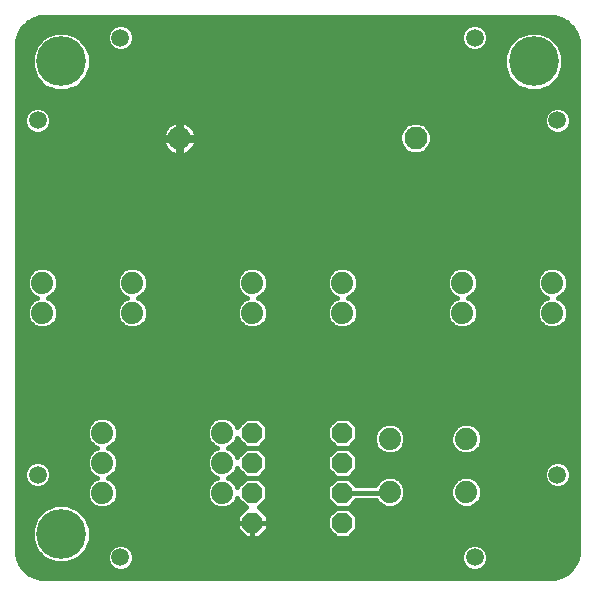
<source format=gbl>
G75*
%MOIN*%
%OFA0B0*%
%FSLAX25Y25*%
%IPPOS*%
%LPD*%
%AMOC8*
5,1,8,0,0,1.08239X$1,22.5*
%
%ADD10C,0.07677*%
%ADD11C,0.07400*%
%ADD12OC8,0.06800*%
%ADD13C,0.01600*%
%ADD14C,0.05906*%
%ADD15C,0.16598*%
D10*
X0072366Y0164886D03*
X0151106Y0164886D03*
D11*
X0166736Y0116736D03*
X0166736Y0106736D03*
X0196736Y0106736D03*
X0196736Y0116736D03*
X0168040Y0064731D03*
X0168040Y0046931D03*
X0142440Y0046931D03*
X0142440Y0064731D03*
X0126736Y0106736D03*
X0126736Y0116736D03*
X0096736Y0116736D03*
X0096736Y0106736D03*
X0056736Y0106736D03*
X0056736Y0116736D03*
X0026736Y0116736D03*
X0026736Y0106736D03*
X0046736Y0066736D03*
X0046736Y0056736D03*
X0046736Y0046736D03*
X0086736Y0046736D03*
X0086736Y0056736D03*
X0086736Y0066736D03*
D12*
X0096736Y0066736D03*
X0096736Y0056736D03*
X0096736Y0046736D03*
X0096736Y0036736D03*
X0126736Y0036736D03*
X0126736Y0046736D03*
X0126736Y0056736D03*
X0126736Y0066736D03*
D13*
X0050061Y0021304D02*
X0020536Y0021304D01*
X0020052Y0021787D02*
X0018826Y0023911D01*
X0018191Y0026280D01*
X0018111Y0027506D01*
X0018111Y0195966D01*
X0018191Y0197193D01*
X0018826Y0199562D01*
X0020052Y0201686D01*
X0021787Y0203420D01*
X0023911Y0204646D01*
X0026280Y0205281D01*
X0027506Y0205361D01*
X0195966Y0205361D01*
X0197193Y0205281D01*
X0199562Y0204646D01*
X0201686Y0203420D01*
X0203420Y0201686D01*
X0204646Y0199562D01*
X0205281Y0197193D01*
X0205361Y0195966D01*
X0205361Y0027506D01*
X0205281Y0026280D01*
X0204646Y0023911D01*
X0203420Y0021787D01*
X0201686Y0020052D01*
X0199562Y0018826D01*
X0197193Y0018191D01*
X0195966Y0018111D01*
X0027506Y0018111D01*
X0026280Y0018191D01*
X0023911Y0018826D01*
X0021787Y0020052D01*
X0020052Y0021787D01*
X0019409Y0022902D02*
X0048673Y0022902D01*
X0048821Y0022543D02*
X0050102Y0021262D01*
X0051775Y0020569D01*
X0053587Y0020569D01*
X0055260Y0021262D01*
X0056541Y0022543D01*
X0057234Y0024216D01*
X0057234Y0026028D01*
X0056541Y0027701D01*
X0055260Y0028982D01*
X0053587Y0029675D01*
X0051775Y0029675D01*
X0050102Y0028982D01*
X0048821Y0027701D01*
X0048128Y0026028D01*
X0048128Y0024216D01*
X0048821Y0022543D01*
X0048128Y0024501D02*
X0038354Y0024501D01*
X0038604Y0024604D02*
X0041388Y0027389D01*
X0042895Y0031027D01*
X0042895Y0034965D01*
X0041388Y0038604D01*
X0038604Y0041388D01*
X0034965Y0042895D01*
X0031027Y0042895D01*
X0027389Y0041388D01*
X0024604Y0038604D01*
X0023097Y0034965D01*
X0023097Y0031027D01*
X0024604Y0027389D01*
X0027389Y0024604D01*
X0031027Y0023097D01*
X0034965Y0023097D01*
X0038604Y0024604D01*
X0040099Y0026099D02*
X0048158Y0026099D01*
X0048820Y0027698D02*
X0041516Y0027698D01*
X0042178Y0029296D02*
X0050861Y0029296D01*
X0054501Y0029296D02*
X0168972Y0029296D01*
X0168212Y0028982D02*
X0166932Y0027701D01*
X0166239Y0026028D01*
X0166239Y0024216D01*
X0166932Y0022543D01*
X0168212Y0021262D01*
X0169886Y0020569D01*
X0171697Y0020569D01*
X0173370Y0021262D01*
X0174651Y0022543D01*
X0175344Y0024216D01*
X0175344Y0026028D01*
X0174651Y0027701D01*
X0173370Y0028982D01*
X0171697Y0029675D01*
X0169886Y0029675D01*
X0168212Y0028982D01*
X0166930Y0027698D02*
X0056542Y0027698D01*
X0057204Y0026099D02*
X0166268Y0026099D01*
X0166239Y0024501D02*
X0057234Y0024501D01*
X0056689Y0022902D02*
X0166783Y0022902D01*
X0168171Y0021304D02*
X0055301Y0021304D01*
X0042840Y0030895D02*
X0205361Y0030895D01*
X0205361Y0032493D02*
X0129564Y0032493D01*
X0128807Y0031736D02*
X0131736Y0034665D01*
X0131736Y0038807D01*
X0128807Y0041736D01*
X0124665Y0041736D01*
X0121736Y0038807D01*
X0121736Y0034665D01*
X0124665Y0031736D01*
X0128807Y0031736D01*
X0131163Y0034092D02*
X0205361Y0034092D01*
X0205361Y0035690D02*
X0131736Y0035690D01*
X0131736Y0037289D02*
X0205361Y0037289D01*
X0205361Y0038887D02*
X0131656Y0038887D01*
X0130058Y0040486D02*
X0205361Y0040486D01*
X0205361Y0042084D02*
X0170189Y0042084D01*
X0171042Y0042438D02*
X0172533Y0043928D01*
X0173340Y0045876D01*
X0173340Y0047985D01*
X0172533Y0049933D01*
X0171042Y0051424D01*
X0169094Y0052231D01*
X0166986Y0052231D01*
X0165038Y0051424D01*
X0163547Y0049933D01*
X0162740Y0047985D01*
X0162740Y0045876D01*
X0163547Y0043928D01*
X0165038Y0042438D01*
X0166986Y0041631D01*
X0169094Y0041631D01*
X0171042Y0042438D01*
X0172288Y0043683D02*
X0205361Y0043683D01*
X0205361Y0045281D02*
X0173094Y0045281D01*
X0173340Y0046880D02*
X0205361Y0046880D01*
X0205361Y0048478D02*
X0200101Y0048478D01*
X0200929Y0048821D02*
X0202210Y0050102D01*
X0202903Y0051775D01*
X0202903Y0053587D01*
X0202210Y0055260D01*
X0200929Y0056541D01*
X0199256Y0057234D01*
X0197445Y0057234D01*
X0195771Y0056541D01*
X0194491Y0055260D01*
X0193798Y0053587D01*
X0193798Y0051775D01*
X0194491Y0050102D01*
X0195771Y0048821D01*
X0197445Y0048128D01*
X0199256Y0048128D01*
X0200929Y0048821D01*
X0202185Y0050077D02*
X0205361Y0050077D01*
X0205361Y0051675D02*
X0202862Y0051675D01*
X0202903Y0053274D02*
X0205361Y0053274D01*
X0205361Y0054872D02*
X0202371Y0054872D01*
X0200999Y0056471D02*
X0205361Y0056471D01*
X0205361Y0058069D02*
X0131736Y0058069D01*
X0131736Y0058807D02*
X0131736Y0054665D01*
X0128807Y0051736D01*
X0124665Y0051736D01*
X0121736Y0048807D01*
X0121736Y0044665D01*
X0124665Y0041736D01*
X0128807Y0041736D01*
X0131407Y0044336D01*
X0137778Y0044336D01*
X0137947Y0043928D01*
X0139438Y0042438D01*
X0141386Y0041631D01*
X0143494Y0041631D01*
X0145442Y0042438D01*
X0146933Y0043928D01*
X0147740Y0045876D01*
X0147740Y0047985D01*
X0146933Y0049933D01*
X0145442Y0051424D01*
X0143494Y0052231D01*
X0141386Y0052231D01*
X0139438Y0051424D01*
X0137947Y0049933D01*
X0137617Y0049136D01*
X0131407Y0049136D01*
X0128807Y0051736D01*
X0124665Y0051736D01*
X0121736Y0054665D01*
X0121736Y0058807D01*
X0124665Y0061736D01*
X0128807Y0061736D01*
X0131736Y0058807D01*
X0130876Y0059668D02*
X0140813Y0059668D01*
X0141386Y0059431D02*
X0143494Y0059431D01*
X0145442Y0060238D01*
X0146933Y0061728D01*
X0147740Y0063676D01*
X0147740Y0065785D01*
X0146933Y0067733D01*
X0145442Y0069224D01*
X0143494Y0070031D01*
X0141386Y0070031D01*
X0139438Y0069224D01*
X0137947Y0067733D01*
X0137140Y0065785D01*
X0137140Y0063676D01*
X0137947Y0061728D01*
X0139438Y0060238D01*
X0141386Y0059431D01*
X0144067Y0059668D02*
X0166413Y0059668D01*
X0166986Y0059431D02*
X0169094Y0059431D01*
X0171042Y0060238D01*
X0172533Y0061728D01*
X0173340Y0063676D01*
X0173340Y0065785D01*
X0172533Y0067733D01*
X0171042Y0069224D01*
X0169094Y0070031D01*
X0166986Y0070031D01*
X0165038Y0069224D01*
X0163547Y0067733D01*
X0162740Y0065785D01*
X0162740Y0063676D01*
X0163547Y0061728D01*
X0165038Y0060238D01*
X0166986Y0059431D01*
X0169667Y0059668D02*
X0205361Y0059668D01*
X0205361Y0061266D02*
X0172071Y0061266D01*
X0173004Y0062865D02*
X0205361Y0062865D01*
X0205361Y0064463D02*
X0173340Y0064463D01*
X0173225Y0066062D02*
X0205361Y0066062D01*
X0205361Y0067660D02*
X0172563Y0067660D01*
X0170958Y0069259D02*
X0205361Y0069259D01*
X0205361Y0070857D02*
X0129686Y0070857D01*
X0128807Y0071736D02*
X0124665Y0071736D01*
X0121736Y0068807D01*
X0121736Y0064665D01*
X0124665Y0061736D01*
X0128807Y0061736D01*
X0131736Y0064665D01*
X0131736Y0068807D01*
X0128807Y0071736D01*
X0131285Y0069259D02*
X0139523Y0069259D01*
X0137917Y0067660D02*
X0131736Y0067660D01*
X0131736Y0066062D02*
X0137255Y0066062D01*
X0137140Y0064463D02*
X0131534Y0064463D01*
X0129936Y0062865D02*
X0137476Y0062865D01*
X0138409Y0061266D02*
X0129277Y0061266D01*
X0124195Y0061266D02*
X0099277Y0061266D01*
X0098807Y0061736D02*
X0101736Y0064665D01*
X0101736Y0068807D01*
X0098807Y0071736D01*
X0094665Y0071736D01*
X0091736Y0068807D01*
X0091736Y0068515D01*
X0091229Y0069738D01*
X0089738Y0071229D01*
X0087790Y0072036D01*
X0085682Y0072036D01*
X0083734Y0071229D01*
X0082243Y0069738D01*
X0081436Y0067790D01*
X0081436Y0065682D01*
X0082243Y0063734D01*
X0083734Y0062243D01*
X0084958Y0061736D01*
X0083734Y0061229D01*
X0082243Y0059738D01*
X0081436Y0057790D01*
X0081436Y0055682D01*
X0082243Y0053734D01*
X0083734Y0052243D01*
X0084958Y0051736D01*
X0083734Y0051229D01*
X0082243Y0049738D01*
X0081436Y0047790D01*
X0081436Y0045682D01*
X0082243Y0043734D01*
X0083734Y0042243D01*
X0085682Y0041436D01*
X0087790Y0041436D01*
X0089738Y0042243D01*
X0091229Y0043734D01*
X0091736Y0044958D01*
X0091736Y0044665D01*
X0094524Y0041878D01*
X0091536Y0038890D01*
X0091536Y0036736D01*
X0091536Y0034582D01*
X0094582Y0031536D01*
X0096736Y0031536D01*
X0096736Y0036736D01*
X0091536Y0036736D01*
X0096736Y0036736D01*
X0096736Y0036736D01*
X0096736Y0036736D01*
X0096736Y0031536D01*
X0098890Y0031536D01*
X0101936Y0034582D01*
X0101936Y0036736D01*
X0096736Y0036736D01*
X0096736Y0036736D01*
X0101936Y0036736D01*
X0101936Y0038890D01*
X0098949Y0041878D01*
X0101736Y0044665D01*
X0101736Y0048807D01*
X0098807Y0051736D01*
X0094665Y0051736D01*
X0091736Y0048807D01*
X0091736Y0048515D01*
X0091229Y0049738D01*
X0089738Y0051229D01*
X0088515Y0051736D01*
X0089738Y0052243D01*
X0091229Y0053734D01*
X0091736Y0054958D01*
X0091736Y0054665D01*
X0094665Y0051736D01*
X0098807Y0051736D01*
X0101736Y0054665D01*
X0101736Y0058807D01*
X0098807Y0061736D01*
X0094665Y0061736D01*
X0091736Y0058807D01*
X0091736Y0058515D01*
X0091229Y0059738D01*
X0089738Y0061229D01*
X0088515Y0061736D01*
X0089738Y0062243D01*
X0091229Y0063734D01*
X0091736Y0064958D01*
X0091736Y0064665D01*
X0094665Y0061736D01*
X0098807Y0061736D01*
X0099936Y0062865D02*
X0123537Y0062865D01*
X0121938Y0064463D02*
X0101534Y0064463D01*
X0101736Y0066062D02*
X0121736Y0066062D01*
X0121736Y0067660D02*
X0101736Y0067660D01*
X0101285Y0069259D02*
X0122188Y0069259D01*
X0123786Y0070857D02*
X0099686Y0070857D01*
X0093786Y0070857D02*
X0090110Y0070857D01*
X0091428Y0069259D02*
X0092188Y0069259D01*
X0091938Y0064463D02*
X0091531Y0064463D01*
X0090360Y0062865D02*
X0093537Y0062865D01*
X0094195Y0061266D02*
X0089649Y0061266D01*
X0091259Y0059668D02*
X0092597Y0059668D01*
X0091736Y0054872D02*
X0091701Y0054872D01*
X0090769Y0053274D02*
X0093128Y0053274D01*
X0094604Y0051675D02*
X0088662Y0051675D01*
X0090891Y0050077D02*
X0093006Y0050077D01*
X0098868Y0051675D02*
X0124604Y0051675D01*
X0123128Y0053274D02*
X0100345Y0053274D01*
X0101736Y0054872D02*
X0121736Y0054872D01*
X0121736Y0056471D02*
X0101736Y0056471D01*
X0101736Y0058069D02*
X0121736Y0058069D01*
X0122597Y0059668D02*
X0100876Y0059668D01*
X0100467Y0050077D02*
X0123006Y0050077D01*
X0121736Y0048478D02*
X0101736Y0048478D01*
X0101736Y0046880D02*
X0121736Y0046880D01*
X0121736Y0045281D02*
X0101736Y0045281D01*
X0100754Y0043683D02*
X0122719Y0043683D01*
X0124317Y0042084D02*
X0099155Y0042084D01*
X0100341Y0040486D02*
X0123415Y0040486D01*
X0121816Y0038887D02*
X0101936Y0038887D01*
X0101936Y0037289D02*
X0121736Y0037289D01*
X0121736Y0035690D02*
X0101936Y0035690D01*
X0101446Y0034092D02*
X0122310Y0034092D01*
X0123908Y0032493D02*
X0099847Y0032493D01*
X0096736Y0032493D02*
X0096736Y0032493D01*
X0096736Y0034092D02*
X0096736Y0034092D01*
X0096736Y0035690D02*
X0096736Y0035690D01*
X0093625Y0032493D02*
X0042895Y0032493D01*
X0042895Y0034092D02*
X0092027Y0034092D01*
X0091536Y0035690D02*
X0042595Y0035690D01*
X0041933Y0037289D02*
X0091536Y0037289D01*
X0091536Y0038887D02*
X0041105Y0038887D01*
X0039506Y0040486D02*
X0093132Y0040486D01*
X0094317Y0042084D02*
X0089355Y0042084D01*
X0091178Y0043683D02*
X0092719Y0043683D01*
X0084118Y0042084D02*
X0049355Y0042084D01*
X0049738Y0042243D02*
X0051229Y0043734D01*
X0052036Y0045682D01*
X0052036Y0047790D01*
X0051229Y0049738D01*
X0049738Y0051229D01*
X0048515Y0051736D01*
X0049738Y0052243D01*
X0051229Y0053734D01*
X0052036Y0055682D01*
X0052036Y0057790D01*
X0051229Y0059738D01*
X0049738Y0061229D01*
X0048515Y0061736D01*
X0049738Y0062243D01*
X0051229Y0063734D01*
X0052036Y0065682D01*
X0052036Y0067790D01*
X0051229Y0069738D01*
X0049738Y0071229D01*
X0047790Y0072036D01*
X0045682Y0072036D01*
X0043734Y0071229D01*
X0042243Y0069738D01*
X0041436Y0067790D01*
X0041436Y0065682D01*
X0042243Y0063734D01*
X0043734Y0062243D01*
X0044958Y0061736D01*
X0043734Y0061229D01*
X0042243Y0059738D01*
X0041436Y0057790D01*
X0041436Y0055682D01*
X0042243Y0053734D01*
X0043734Y0052243D01*
X0044958Y0051736D01*
X0043734Y0051229D01*
X0042243Y0049738D01*
X0041436Y0047790D01*
X0041436Y0045682D01*
X0042243Y0043734D01*
X0043734Y0042243D01*
X0045682Y0041436D01*
X0047790Y0041436D01*
X0049738Y0042243D01*
X0051178Y0043683D02*
X0082294Y0043683D01*
X0081602Y0045281D02*
X0051870Y0045281D01*
X0052036Y0046880D02*
X0081436Y0046880D01*
X0081721Y0048478D02*
X0051751Y0048478D01*
X0050891Y0050077D02*
X0082581Y0050077D01*
X0084811Y0051675D02*
X0048662Y0051675D01*
X0050769Y0053274D02*
X0082703Y0053274D01*
X0081772Y0054872D02*
X0051701Y0054872D01*
X0052036Y0056471D02*
X0081436Y0056471D01*
X0081552Y0058069D02*
X0051921Y0058069D01*
X0051259Y0059668D02*
X0082214Y0059668D01*
X0083823Y0061266D02*
X0049649Y0061266D01*
X0050360Y0062865D02*
X0083112Y0062865D01*
X0081941Y0064463D02*
X0051531Y0064463D01*
X0052036Y0066062D02*
X0081436Y0066062D01*
X0081436Y0067660D02*
X0052036Y0067660D01*
X0051428Y0069259D02*
X0082044Y0069259D01*
X0083362Y0070857D02*
X0050110Y0070857D01*
X0043362Y0070857D02*
X0018111Y0070857D01*
X0018111Y0069259D02*
X0042044Y0069259D01*
X0041436Y0067660D02*
X0018111Y0067660D01*
X0018111Y0066062D02*
X0041436Y0066062D01*
X0041941Y0064463D02*
X0018111Y0064463D01*
X0018111Y0062865D02*
X0043112Y0062865D01*
X0043823Y0061266D02*
X0018111Y0061266D01*
X0018111Y0059668D02*
X0042214Y0059668D01*
X0041552Y0058069D02*
X0018111Y0058069D01*
X0018111Y0056471D02*
X0022473Y0056471D01*
X0022543Y0056541D02*
X0021262Y0055260D01*
X0020569Y0053587D01*
X0020569Y0051775D01*
X0021262Y0050102D01*
X0022543Y0048821D01*
X0024216Y0048128D01*
X0026028Y0048128D01*
X0027701Y0048821D01*
X0028982Y0050102D01*
X0029675Y0051775D01*
X0029675Y0053587D01*
X0028982Y0055260D01*
X0027701Y0056541D01*
X0026028Y0057234D01*
X0024216Y0057234D01*
X0022543Y0056541D01*
X0021102Y0054872D02*
X0018111Y0054872D01*
X0018111Y0053274D02*
X0020569Y0053274D01*
X0020611Y0051675D02*
X0018111Y0051675D01*
X0018111Y0050077D02*
X0021288Y0050077D01*
X0023372Y0048478D02*
X0018111Y0048478D01*
X0018111Y0046880D02*
X0041436Y0046880D01*
X0041602Y0045281D02*
X0018111Y0045281D01*
X0018111Y0043683D02*
X0042294Y0043683D01*
X0044118Y0042084D02*
X0036923Y0042084D01*
X0029069Y0042084D02*
X0018111Y0042084D01*
X0018111Y0040486D02*
X0026486Y0040486D01*
X0024888Y0038887D02*
X0018111Y0038887D01*
X0018111Y0037289D02*
X0024059Y0037289D01*
X0023397Y0035690D02*
X0018111Y0035690D01*
X0018111Y0034092D02*
X0023097Y0034092D01*
X0023097Y0032493D02*
X0018111Y0032493D01*
X0018111Y0030895D02*
X0023152Y0030895D01*
X0023814Y0029296D02*
X0018111Y0029296D01*
X0018111Y0027698D02*
X0024476Y0027698D01*
X0025893Y0026099D02*
X0018240Y0026099D01*
X0018668Y0024501D02*
X0027638Y0024501D01*
X0022388Y0019705D02*
X0201084Y0019705D01*
X0202937Y0021304D02*
X0173411Y0021304D01*
X0174800Y0022902D02*
X0204064Y0022902D01*
X0204804Y0024501D02*
X0175344Y0024501D01*
X0175314Y0026099D02*
X0205233Y0026099D01*
X0205361Y0027698D02*
X0174652Y0027698D01*
X0172611Y0029296D02*
X0205361Y0029296D01*
X0196600Y0048478D02*
X0173136Y0048478D01*
X0172389Y0050077D02*
X0194516Y0050077D01*
X0193839Y0051675D02*
X0170435Y0051675D01*
X0165645Y0051675D02*
X0144835Y0051675D01*
X0146789Y0050077D02*
X0163691Y0050077D01*
X0162945Y0048478D02*
X0147536Y0048478D01*
X0147740Y0046880D02*
X0162740Y0046880D01*
X0162987Y0045281D02*
X0147494Y0045281D01*
X0146688Y0043683D02*
X0163793Y0043683D01*
X0165891Y0042084D02*
X0144589Y0042084D01*
X0140291Y0042084D02*
X0129155Y0042084D01*
X0130754Y0043683D02*
X0138193Y0043683D01*
X0142440Y0046736D02*
X0142440Y0046931D01*
X0142440Y0046736D02*
X0126736Y0046736D01*
X0130467Y0050077D02*
X0138091Y0050077D01*
X0140045Y0051675D02*
X0128868Y0051675D01*
X0130345Y0053274D02*
X0193798Y0053274D01*
X0194330Y0054872D02*
X0131736Y0054872D01*
X0131736Y0056471D02*
X0195702Y0056471D01*
X0205361Y0072456D02*
X0018111Y0072456D01*
X0018111Y0074054D02*
X0205361Y0074054D01*
X0205361Y0075653D02*
X0018111Y0075653D01*
X0018111Y0077251D02*
X0205361Y0077251D01*
X0205361Y0078850D02*
X0018111Y0078850D01*
X0018111Y0080448D02*
X0205361Y0080448D01*
X0205361Y0082047D02*
X0018111Y0082047D01*
X0018111Y0083646D02*
X0205361Y0083646D01*
X0205361Y0085244D02*
X0018111Y0085244D01*
X0018111Y0086843D02*
X0205361Y0086843D01*
X0205361Y0088441D02*
X0018111Y0088441D01*
X0018111Y0090040D02*
X0205361Y0090040D01*
X0205361Y0091638D02*
X0018111Y0091638D01*
X0018111Y0093237D02*
X0205361Y0093237D01*
X0205361Y0094835D02*
X0018111Y0094835D01*
X0018111Y0096434D02*
X0205361Y0096434D01*
X0205361Y0098032D02*
X0018111Y0098032D01*
X0018111Y0099631D02*
X0205361Y0099631D01*
X0205361Y0101229D02*
X0018111Y0101229D01*
X0018111Y0102828D02*
X0023149Y0102828D01*
X0023734Y0102243D02*
X0025682Y0101436D01*
X0027790Y0101436D01*
X0029738Y0102243D01*
X0031229Y0103734D01*
X0032036Y0105682D01*
X0032036Y0107790D01*
X0031229Y0109738D01*
X0029738Y0111229D01*
X0028515Y0111736D01*
X0029738Y0112243D01*
X0031229Y0113734D01*
X0032036Y0115682D01*
X0032036Y0117790D01*
X0031229Y0119738D01*
X0029738Y0121229D01*
X0027790Y0122036D01*
X0025682Y0122036D01*
X0023734Y0121229D01*
X0022243Y0119738D01*
X0021436Y0117790D01*
X0021436Y0115682D01*
X0022243Y0113734D01*
X0023734Y0112243D01*
X0024958Y0111736D01*
X0023734Y0111229D01*
X0022243Y0109738D01*
X0021436Y0107790D01*
X0021436Y0105682D01*
X0022243Y0103734D01*
X0023734Y0102243D01*
X0021956Y0104426D02*
X0018111Y0104426D01*
X0018111Y0106025D02*
X0021436Y0106025D01*
X0021436Y0107623D02*
X0018111Y0107623D01*
X0018111Y0109222D02*
X0022029Y0109222D01*
X0023325Y0110820D02*
X0018111Y0110820D01*
X0018111Y0112419D02*
X0023558Y0112419D01*
X0022126Y0114017D02*
X0018111Y0114017D01*
X0018111Y0115616D02*
X0021464Y0115616D01*
X0021436Y0117214D02*
X0018111Y0117214D01*
X0018111Y0118813D02*
X0021860Y0118813D01*
X0022916Y0120411D02*
X0018111Y0120411D01*
X0018111Y0122010D02*
X0025618Y0122010D01*
X0027854Y0122010D02*
X0055618Y0122010D01*
X0055682Y0122036D02*
X0053734Y0121229D01*
X0052243Y0119738D01*
X0051436Y0117790D01*
X0051436Y0115682D01*
X0052243Y0113734D01*
X0053734Y0112243D01*
X0054958Y0111736D01*
X0053734Y0111229D01*
X0052243Y0109738D01*
X0051436Y0107790D01*
X0051436Y0105682D01*
X0052243Y0103734D01*
X0053734Y0102243D01*
X0055682Y0101436D01*
X0057790Y0101436D01*
X0059738Y0102243D01*
X0061229Y0103734D01*
X0062036Y0105682D01*
X0062036Y0107790D01*
X0061229Y0109738D01*
X0059738Y0111229D01*
X0058515Y0111736D01*
X0059738Y0112243D01*
X0061229Y0113734D01*
X0062036Y0115682D01*
X0062036Y0117790D01*
X0061229Y0119738D01*
X0059738Y0121229D01*
X0057790Y0122036D01*
X0055682Y0122036D01*
X0057854Y0122010D02*
X0095618Y0122010D01*
X0095682Y0122036D02*
X0093734Y0121229D01*
X0092243Y0119738D01*
X0091436Y0117790D01*
X0091436Y0115682D01*
X0092243Y0113734D01*
X0093734Y0112243D01*
X0094958Y0111736D01*
X0093734Y0111229D01*
X0092243Y0109738D01*
X0091436Y0107790D01*
X0091436Y0105682D01*
X0092243Y0103734D01*
X0093734Y0102243D01*
X0095682Y0101436D01*
X0097790Y0101436D01*
X0099738Y0102243D01*
X0101229Y0103734D01*
X0102036Y0105682D01*
X0102036Y0107790D01*
X0101229Y0109738D01*
X0099738Y0111229D01*
X0098515Y0111736D01*
X0099738Y0112243D01*
X0101229Y0113734D01*
X0102036Y0115682D01*
X0102036Y0117790D01*
X0101229Y0119738D01*
X0099738Y0121229D01*
X0097790Y0122036D01*
X0095682Y0122036D01*
X0097854Y0122010D02*
X0125618Y0122010D01*
X0125682Y0122036D02*
X0123734Y0121229D01*
X0122243Y0119738D01*
X0121436Y0117790D01*
X0121436Y0115682D01*
X0122243Y0113734D01*
X0123734Y0112243D01*
X0124958Y0111736D01*
X0123734Y0111229D01*
X0122243Y0109738D01*
X0121436Y0107790D01*
X0121436Y0105682D01*
X0122243Y0103734D01*
X0123734Y0102243D01*
X0125682Y0101436D01*
X0127790Y0101436D01*
X0129738Y0102243D01*
X0131229Y0103734D01*
X0132036Y0105682D01*
X0132036Y0107790D01*
X0131229Y0109738D01*
X0129738Y0111229D01*
X0128515Y0111736D01*
X0129738Y0112243D01*
X0131229Y0113734D01*
X0132036Y0115682D01*
X0132036Y0117790D01*
X0131229Y0119738D01*
X0129738Y0121229D01*
X0127790Y0122036D01*
X0125682Y0122036D01*
X0127854Y0122010D02*
X0165618Y0122010D01*
X0165682Y0122036D02*
X0163734Y0121229D01*
X0162243Y0119738D01*
X0161436Y0117790D01*
X0161436Y0115682D01*
X0162243Y0113734D01*
X0163734Y0112243D01*
X0164958Y0111736D01*
X0163734Y0111229D01*
X0162243Y0109738D01*
X0161436Y0107790D01*
X0161436Y0105682D01*
X0162243Y0103734D01*
X0163734Y0102243D01*
X0165682Y0101436D01*
X0167790Y0101436D01*
X0169738Y0102243D01*
X0171229Y0103734D01*
X0172036Y0105682D01*
X0172036Y0107790D01*
X0171229Y0109738D01*
X0169738Y0111229D01*
X0168515Y0111736D01*
X0169738Y0112243D01*
X0171229Y0113734D01*
X0172036Y0115682D01*
X0172036Y0117790D01*
X0171229Y0119738D01*
X0169738Y0121229D01*
X0167790Y0122036D01*
X0165682Y0122036D01*
X0167854Y0122010D02*
X0195618Y0122010D01*
X0195682Y0122036D02*
X0193734Y0121229D01*
X0192243Y0119738D01*
X0191436Y0117790D01*
X0191436Y0115682D01*
X0192243Y0113734D01*
X0193734Y0112243D01*
X0194958Y0111736D01*
X0193734Y0111229D01*
X0192243Y0109738D01*
X0191436Y0107790D01*
X0191436Y0105682D01*
X0192243Y0103734D01*
X0193734Y0102243D01*
X0195682Y0101436D01*
X0197790Y0101436D01*
X0199738Y0102243D01*
X0201229Y0103734D01*
X0202036Y0105682D01*
X0202036Y0107790D01*
X0201229Y0109738D01*
X0199738Y0111229D01*
X0198515Y0111736D01*
X0199738Y0112243D01*
X0201229Y0113734D01*
X0202036Y0115682D01*
X0202036Y0117790D01*
X0201229Y0119738D01*
X0199738Y0121229D01*
X0197790Y0122036D01*
X0195682Y0122036D01*
X0197854Y0122010D02*
X0205361Y0122010D01*
X0205361Y0123608D02*
X0018111Y0123608D01*
X0018111Y0125207D02*
X0205361Y0125207D01*
X0205361Y0126805D02*
X0018111Y0126805D01*
X0018111Y0128404D02*
X0205361Y0128404D01*
X0205361Y0130002D02*
X0018111Y0130002D01*
X0018111Y0131601D02*
X0205361Y0131601D01*
X0205361Y0133199D02*
X0018111Y0133199D01*
X0018111Y0134798D02*
X0205361Y0134798D01*
X0205361Y0136396D02*
X0018111Y0136396D01*
X0018111Y0137995D02*
X0205361Y0137995D01*
X0205361Y0139593D02*
X0018111Y0139593D01*
X0018111Y0141192D02*
X0205361Y0141192D01*
X0205361Y0142790D02*
X0018111Y0142790D01*
X0018111Y0144389D02*
X0205361Y0144389D01*
X0205361Y0145987D02*
X0018111Y0145987D01*
X0018111Y0147586D02*
X0205361Y0147586D01*
X0205361Y0149184D02*
X0018111Y0149184D01*
X0018111Y0150783D02*
X0205361Y0150783D01*
X0205361Y0152382D02*
X0018111Y0152382D01*
X0018111Y0153980D02*
X0205361Y0153980D01*
X0205361Y0155579D02*
X0018111Y0155579D01*
X0018111Y0157177D02*
X0205361Y0157177D01*
X0205361Y0158776D02*
X0018111Y0158776D01*
X0018111Y0160374D02*
X0068983Y0160374D01*
X0068693Y0160585D02*
X0069411Y0160063D01*
X0070202Y0159660D01*
X0071046Y0159386D01*
X0071887Y0159253D01*
X0071887Y0164406D01*
X0072846Y0164406D01*
X0072846Y0165365D01*
X0077999Y0165365D01*
X0077866Y0166206D01*
X0077592Y0167050D01*
X0077189Y0167841D01*
X0076667Y0168559D01*
X0076039Y0169187D01*
X0075321Y0169708D01*
X0074531Y0170111D01*
X0073687Y0170386D01*
X0072846Y0170519D01*
X0072846Y0165365D01*
X0071887Y0165365D01*
X0071887Y0164406D01*
X0066733Y0164406D01*
X0066866Y0163565D01*
X0067141Y0162721D01*
X0067544Y0161931D01*
X0068065Y0161213D01*
X0068693Y0160585D01*
X0067522Y0161973D02*
X0018111Y0161973D01*
X0018111Y0163571D02*
X0066866Y0163571D01*
X0066733Y0165365D02*
X0071887Y0165365D01*
X0071887Y0170519D01*
X0071046Y0170386D01*
X0070202Y0170111D01*
X0069411Y0169708D01*
X0068693Y0169187D01*
X0068065Y0168559D01*
X0067544Y0167841D01*
X0067141Y0167050D01*
X0066866Y0166206D01*
X0066733Y0165365D01*
X0067049Y0166768D02*
X0027306Y0166768D01*
X0027701Y0166932D02*
X0028982Y0168212D01*
X0029675Y0169886D01*
X0029675Y0171697D01*
X0028982Y0173370D01*
X0027701Y0174651D01*
X0026028Y0175344D01*
X0024216Y0175344D01*
X0022543Y0174651D01*
X0021262Y0173370D01*
X0020569Y0171697D01*
X0020569Y0169886D01*
X0021262Y0168212D01*
X0022543Y0166932D01*
X0024216Y0166239D01*
X0026028Y0166239D01*
X0027701Y0166932D01*
X0029046Y0168367D02*
X0067925Y0168367D01*
X0069915Y0169965D02*
X0029675Y0169965D01*
X0029675Y0171564D02*
X0193798Y0171564D01*
X0193798Y0171697D02*
X0193798Y0169886D01*
X0194491Y0168212D01*
X0195771Y0166932D01*
X0197445Y0166239D01*
X0199256Y0166239D01*
X0200929Y0166932D01*
X0202210Y0168212D01*
X0202903Y0169886D01*
X0202903Y0171697D01*
X0202210Y0173370D01*
X0200929Y0174651D01*
X0199256Y0175344D01*
X0197445Y0175344D01*
X0195771Y0174651D01*
X0194491Y0173370D01*
X0193798Y0171697D01*
X0194405Y0173162D02*
X0029068Y0173162D01*
X0027436Y0174761D02*
X0196036Y0174761D01*
X0200664Y0174761D02*
X0205361Y0174761D01*
X0205361Y0176359D02*
X0018111Y0176359D01*
X0018111Y0174761D02*
X0022808Y0174761D01*
X0021176Y0173162D02*
X0018111Y0173162D01*
X0018111Y0171564D02*
X0020569Y0171564D01*
X0020569Y0169965D02*
X0018111Y0169965D01*
X0018111Y0168367D02*
X0021199Y0168367D01*
X0022938Y0166768D02*
X0018111Y0166768D01*
X0018111Y0165170D02*
X0071887Y0165170D01*
X0072846Y0165170D02*
X0145668Y0165170D01*
X0145668Y0165968D02*
X0145668Y0163804D01*
X0146496Y0161805D01*
X0148026Y0160275D01*
X0150024Y0159447D01*
X0152188Y0159447D01*
X0154187Y0160275D01*
X0155717Y0161805D01*
X0156545Y0163804D01*
X0156545Y0165968D01*
X0155717Y0167967D01*
X0154187Y0169496D01*
X0152188Y0170324D01*
X0150024Y0170324D01*
X0148026Y0169496D01*
X0146496Y0167967D01*
X0145668Y0165968D01*
X0145999Y0166768D02*
X0077683Y0166768D01*
X0076807Y0168367D02*
X0146896Y0168367D01*
X0149157Y0169965D02*
X0074817Y0169965D01*
X0072846Y0169965D02*
X0071887Y0169965D01*
X0071887Y0168367D02*
X0072846Y0168367D01*
X0072846Y0166768D02*
X0071887Y0166768D01*
X0072846Y0164406D02*
X0077999Y0164406D01*
X0077866Y0163565D01*
X0077592Y0162721D01*
X0077189Y0161931D01*
X0076667Y0161213D01*
X0076039Y0160585D01*
X0075321Y0160063D01*
X0074531Y0159660D01*
X0073687Y0159386D01*
X0072846Y0159253D01*
X0072846Y0164406D01*
X0072846Y0163571D02*
X0071887Y0163571D01*
X0071887Y0161973D02*
X0072846Y0161973D01*
X0072846Y0160374D02*
X0071887Y0160374D01*
X0075749Y0160374D02*
X0147927Y0160374D01*
X0146426Y0161973D02*
X0077210Y0161973D01*
X0077867Y0163571D02*
X0145764Y0163571D01*
X0153055Y0169965D02*
X0193798Y0169965D01*
X0194427Y0168367D02*
X0155317Y0168367D01*
X0156213Y0166768D02*
X0196166Y0166768D01*
X0200534Y0166768D02*
X0205361Y0166768D01*
X0205361Y0165170D02*
X0156545Y0165170D01*
X0156448Y0163571D02*
X0205361Y0163571D01*
X0205361Y0161973D02*
X0155786Y0161973D01*
X0154286Y0160374D02*
X0205361Y0160374D01*
X0205361Y0168367D02*
X0202274Y0168367D01*
X0202903Y0169965D02*
X0205361Y0169965D01*
X0205361Y0171564D02*
X0202903Y0171564D01*
X0202296Y0173162D02*
X0205361Y0173162D01*
X0205361Y0177958D02*
X0018111Y0177958D01*
X0018111Y0179556D02*
X0205361Y0179556D01*
X0205361Y0181155D02*
X0193840Y0181155D01*
X0192445Y0180577D02*
X0196084Y0182084D01*
X0198869Y0184869D01*
X0200376Y0188507D01*
X0200376Y0192445D01*
X0198869Y0196084D01*
X0196084Y0198869D01*
X0192445Y0200376D01*
X0188507Y0200376D01*
X0184869Y0198869D01*
X0182084Y0196084D01*
X0180577Y0192445D01*
X0180577Y0188507D01*
X0182084Y0184869D01*
X0184869Y0182084D01*
X0188507Y0180577D01*
X0192445Y0180577D01*
X0196753Y0182753D02*
X0205361Y0182753D01*
X0205361Y0184352D02*
X0198351Y0184352D01*
X0199316Y0185950D02*
X0205361Y0185950D01*
X0205361Y0187549D02*
X0199979Y0187549D01*
X0200376Y0189147D02*
X0205361Y0189147D01*
X0205361Y0190746D02*
X0200376Y0190746D01*
X0200376Y0192344D02*
X0205361Y0192344D01*
X0205361Y0193943D02*
X0199755Y0193943D01*
X0199093Y0195541D02*
X0205361Y0195541D01*
X0205284Y0197140D02*
X0197813Y0197140D01*
X0196214Y0198738D02*
X0204867Y0198738D01*
X0204199Y0200337D02*
X0192539Y0200337D01*
X0188414Y0200337D02*
X0174896Y0200337D01*
X0174651Y0200929D02*
X0173370Y0202210D01*
X0171697Y0202903D01*
X0169886Y0202903D01*
X0168212Y0202210D01*
X0166932Y0200929D01*
X0166239Y0199256D01*
X0166239Y0197445D01*
X0166932Y0195771D01*
X0168212Y0194491D01*
X0169886Y0193798D01*
X0171697Y0193798D01*
X0173370Y0194491D01*
X0174651Y0195771D01*
X0175344Y0197445D01*
X0175344Y0199256D01*
X0174651Y0200929D01*
X0173645Y0201935D02*
X0203170Y0201935D01*
X0201488Y0203534D02*
X0021984Y0203534D01*
X0020302Y0201935D02*
X0049827Y0201935D01*
X0050102Y0202210D02*
X0048821Y0200929D01*
X0048128Y0199256D01*
X0048128Y0197445D01*
X0048821Y0195771D01*
X0050102Y0194491D01*
X0051775Y0193798D01*
X0053587Y0193798D01*
X0055260Y0194491D01*
X0056541Y0195771D01*
X0057234Y0197445D01*
X0057234Y0199256D01*
X0056541Y0200929D01*
X0055260Y0202210D01*
X0053587Y0202903D01*
X0051775Y0202903D01*
X0050102Y0202210D01*
X0048576Y0200337D02*
X0035059Y0200337D01*
X0034965Y0200376D02*
X0031027Y0200376D01*
X0027389Y0198869D01*
X0024604Y0196084D01*
X0023097Y0192445D01*
X0023097Y0188507D01*
X0024604Y0184869D01*
X0027389Y0182084D01*
X0031027Y0180577D01*
X0034965Y0180577D01*
X0038604Y0182084D01*
X0041388Y0184869D01*
X0042895Y0188507D01*
X0042895Y0192445D01*
X0041388Y0196084D01*
X0038604Y0198869D01*
X0034965Y0200376D01*
X0030933Y0200337D02*
X0019274Y0200337D01*
X0018826Y0199562D02*
X0018826Y0199562D01*
X0018606Y0198738D02*
X0027258Y0198738D01*
X0025660Y0197140D02*
X0018188Y0197140D01*
X0018111Y0195541D02*
X0024379Y0195541D01*
X0023717Y0193943D02*
X0018111Y0193943D01*
X0018111Y0192344D02*
X0023097Y0192344D01*
X0023097Y0190746D02*
X0018111Y0190746D01*
X0018111Y0189147D02*
X0023097Y0189147D01*
X0023494Y0187549D02*
X0018111Y0187549D01*
X0018111Y0185950D02*
X0024156Y0185950D01*
X0025121Y0184352D02*
X0018111Y0184352D01*
X0018111Y0182753D02*
X0026720Y0182753D01*
X0029633Y0181155D02*
X0018111Y0181155D01*
X0036359Y0181155D02*
X0187113Y0181155D01*
X0184200Y0182753D02*
X0039273Y0182753D01*
X0040871Y0184352D02*
X0182601Y0184352D01*
X0181636Y0185950D02*
X0041836Y0185950D01*
X0042498Y0187549D02*
X0180974Y0187549D01*
X0180577Y0189147D02*
X0042895Y0189147D01*
X0042895Y0190746D02*
X0180577Y0190746D01*
X0180577Y0192344D02*
X0042895Y0192344D01*
X0042275Y0193943D02*
X0051425Y0193943D01*
X0053937Y0193943D02*
X0169535Y0193943D01*
X0172047Y0193943D02*
X0181197Y0193943D01*
X0181860Y0195541D02*
X0174421Y0195541D01*
X0175218Y0197140D02*
X0183140Y0197140D01*
X0184739Y0198738D02*
X0175344Y0198738D01*
X0167938Y0201935D02*
X0055535Y0201935D01*
X0056786Y0200337D02*
X0166686Y0200337D01*
X0166239Y0198738D02*
X0057234Y0198738D01*
X0057108Y0197140D02*
X0166365Y0197140D01*
X0167162Y0195541D02*
X0056311Y0195541D01*
X0049052Y0195541D02*
X0041613Y0195541D01*
X0040332Y0197140D02*
X0048255Y0197140D01*
X0048128Y0198738D02*
X0038734Y0198738D01*
X0025725Y0205132D02*
X0197747Y0205132D01*
X0200556Y0120411D02*
X0205361Y0120411D01*
X0205361Y0118813D02*
X0201613Y0118813D01*
X0202036Y0117214D02*
X0205361Y0117214D01*
X0205361Y0115616D02*
X0202009Y0115616D01*
X0201347Y0114017D02*
X0205361Y0114017D01*
X0205361Y0112419D02*
X0199914Y0112419D01*
X0200148Y0110820D02*
X0205361Y0110820D01*
X0205361Y0109222D02*
X0201443Y0109222D01*
X0202036Y0107623D02*
X0205361Y0107623D01*
X0205361Y0106025D02*
X0202036Y0106025D01*
X0201516Y0104426D02*
X0205361Y0104426D01*
X0205361Y0102828D02*
X0200323Y0102828D01*
X0193149Y0102828D02*
X0170323Y0102828D01*
X0171516Y0104426D02*
X0191956Y0104426D01*
X0191436Y0106025D02*
X0172036Y0106025D01*
X0172036Y0107623D02*
X0191436Y0107623D01*
X0192029Y0109222D02*
X0171443Y0109222D01*
X0170148Y0110820D02*
X0193325Y0110820D01*
X0193558Y0112419D02*
X0169914Y0112419D01*
X0171347Y0114017D02*
X0192126Y0114017D01*
X0191464Y0115616D02*
X0172009Y0115616D01*
X0172036Y0117214D02*
X0191436Y0117214D01*
X0191860Y0118813D02*
X0171613Y0118813D01*
X0170556Y0120411D02*
X0192916Y0120411D01*
X0163558Y0112419D02*
X0129914Y0112419D01*
X0130148Y0110820D02*
X0163325Y0110820D01*
X0162029Y0109222D02*
X0131443Y0109222D01*
X0132036Y0107623D02*
X0161436Y0107623D01*
X0161436Y0106025D02*
X0132036Y0106025D01*
X0131516Y0104426D02*
X0161956Y0104426D01*
X0163149Y0102828D02*
X0130323Y0102828D01*
X0123149Y0102828D02*
X0100323Y0102828D01*
X0101516Y0104426D02*
X0121956Y0104426D01*
X0121436Y0106025D02*
X0102036Y0106025D01*
X0102036Y0107623D02*
X0121436Y0107623D01*
X0122029Y0109222D02*
X0101443Y0109222D01*
X0100148Y0110820D02*
X0123325Y0110820D01*
X0123558Y0112419D02*
X0099914Y0112419D01*
X0101347Y0114017D02*
X0122126Y0114017D01*
X0121464Y0115616D02*
X0102009Y0115616D01*
X0102036Y0117214D02*
X0121436Y0117214D01*
X0121860Y0118813D02*
X0101613Y0118813D01*
X0100556Y0120411D02*
X0122916Y0120411D01*
X0130556Y0120411D02*
X0162916Y0120411D01*
X0161860Y0118813D02*
X0131613Y0118813D01*
X0132036Y0117214D02*
X0161436Y0117214D01*
X0161464Y0115616D02*
X0132009Y0115616D01*
X0131347Y0114017D02*
X0162126Y0114017D01*
X0165123Y0069259D02*
X0145358Y0069259D01*
X0146963Y0067660D02*
X0163517Y0067660D01*
X0162855Y0066062D02*
X0147625Y0066062D01*
X0147740Y0064463D02*
X0162740Y0064463D01*
X0163076Y0062865D02*
X0147404Y0062865D01*
X0146471Y0061266D02*
X0164009Y0061266D01*
X0093149Y0102828D02*
X0060323Y0102828D01*
X0061516Y0104426D02*
X0091956Y0104426D01*
X0091436Y0106025D02*
X0062036Y0106025D01*
X0062036Y0107623D02*
X0091436Y0107623D01*
X0092029Y0109222D02*
X0061443Y0109222D01*
X0060148Y0110820D02*
X0093325Y0110820D01*
X0093558Y0112419D02*
X0059914Y0112419D01*
X0061347Y0114017D02*
X0092126Y0114017D01*
X0091464Y0115616D02*
X0062009Y0115616D01*
X0062036Y0117214D02*
X0091436Y0117214D01*
X0091860Y0118813D02*
X0061613Y0118813D01*
X0060556Y0120411D02*
X0092916Y0120411D01*
X0052916Y0120411D02*
X0030556Y0120411D01*
X0031613Y0118813D02*
X0051860Y0118813D01*
X0051436Y0117214D02*
X0032036Y0117214D01*
X0032009Y0115616D02*
X0051464Y0115616D01*
X0052126Y0114017D02*
X0031347Y0114017D01*
X0029914Y0112419D02*
X0053558Y0112419D01*
X0053325Y0110820D02*
X0030148Y0110820D01*
X0031443Y0109222D02*
X0052029Y0109222D01*
X0051436Y0107623D02*
X0032036Y0107623D01*
X0032036Y0106025D02*
X0051436Y0106025D01*
X0051956Y0104426D02*
X0031516Y0104426D01*
X0030323Y0102828D02*
X0053149Y0102828D01*
X0041436Y0056471D02*
X0027771Y0056471D01*
X0029142Y0054872D02*
X0041772Y0054872D01*
X0042703Y0053274D02*
X0029675Y0053274D01*
X0029633Y0051675D02*
X0044811Y0051675D01*
X0042581Y0050077D02*
X0028956Y0050077D01*
X0026872Y0048478D02*
X0041721Y0048478D01*
D14*
X0025122Y0052681D03*
X0052681Y0025122D03*
X0170791Y0025122D03*
X0198350Y0052681D03*
X0198350Y0170791D03*
X0170791Y0198350D03*
X0052681Y0198350D03*
X0025122Y0170791D03*
D15*
X0032996Y0190476D03*
X0032996Y0032996D03*
X0190476Y0190476D03*
M02*

</source>
